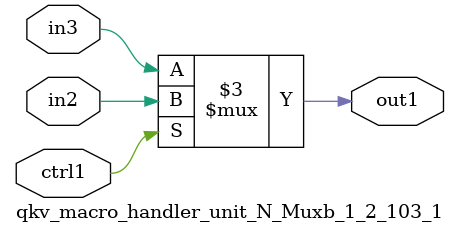
<source format=v>

`timescale 1ps / 1ps


module qkv_macro_handler_unit_N_Muxb_1_2_103_1( in3, in2, ctrl1, out1 );

    input in3;
    input in2;
    input ctrl1;
    output out1;
    reg out1;

    
    // rtl_process:qkv_macro_handler_unit_N_Muxb_1_2_103_1/qkv_macro_handler_unit_N_Muxb_1_2_103_1_thread_1
    always @*
      begin : qkv_macro_handler_unit_N_Muxb_1_2_103_1_thread_1
        case (ctrl1) 
          1'b1: 
            begin
              out1 = in2;
            end
          default: 
            begin
              out1 = in3;
            end
        endcase
      end

endmodule


</source>
